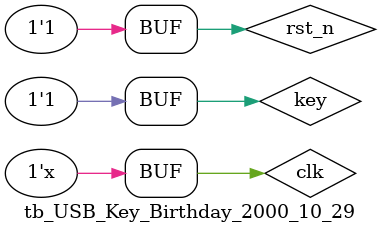
<source format=sv>

`timescale 1ns/1ps
module tb_USB_Key_Birthday_2000_10_29 (); /* this is automatically generated */

	reg clk;
	reg rst_n;
	initial begin
		clk = 1'd0;
		rst_n = 1'd0;
		#14
		rst_n = 1'd1;
	end

	always #10 clk <= !clk;

	// (*NOTE*) replace reset, clock, others
	reg  key;
	wire  tx;

	initial begin
		key = 1'd1;
		#200
		key = 1'd0;
		#20_100_000
		key = 1'd1;
	end

	USB_Key_Birthday_2000_10_29 inst_USB_Key_Birthday_2000_10_29 (.clk(clk), .rst_n(rst_n), .key(key), .tx(tx));

	
endmodule

</source>
